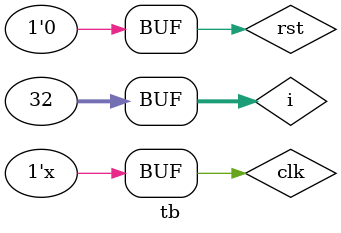
<source format=v>
`timescale 1ns / 1ps

module tb();
    reg [32-1:0] ain;
    reg [32-1:0] bin;
    reg [32-1:0] cin;
    reg rst;
    reg clk;
    wire [32-1:0] res;
    wire dvalid;
    
    integer i;
    
    initial begin
        clk <= 0;
        rst <= 0;
        for(i = 0; i < 32; i = i + 1) begin
            ain = $urandom%(2**31);
            bin = $urandom%(2**31);
            cin = $urandom%(2**31);
            #20;
        end
    end
    
    always #5 clk = ~clk;
    
    floating_point_0 UUT(
        .aclk(clk),
        .aresetn(~rst),
        .s_axis_a_tvalid(1'b1),
        .s_axis_b_tvalid(1'b1),
        .s_axis_c_tvalid(1'b1),
        .s_axis_a_tdata(ain),
        .s_axis_b_tdata(bin),
        .s_axis_c_tdata(cin),
        .m_axis_result_tvalid(dvalid),
        .m_axis_result_tdata(res)
    );
endmodule

</source>
